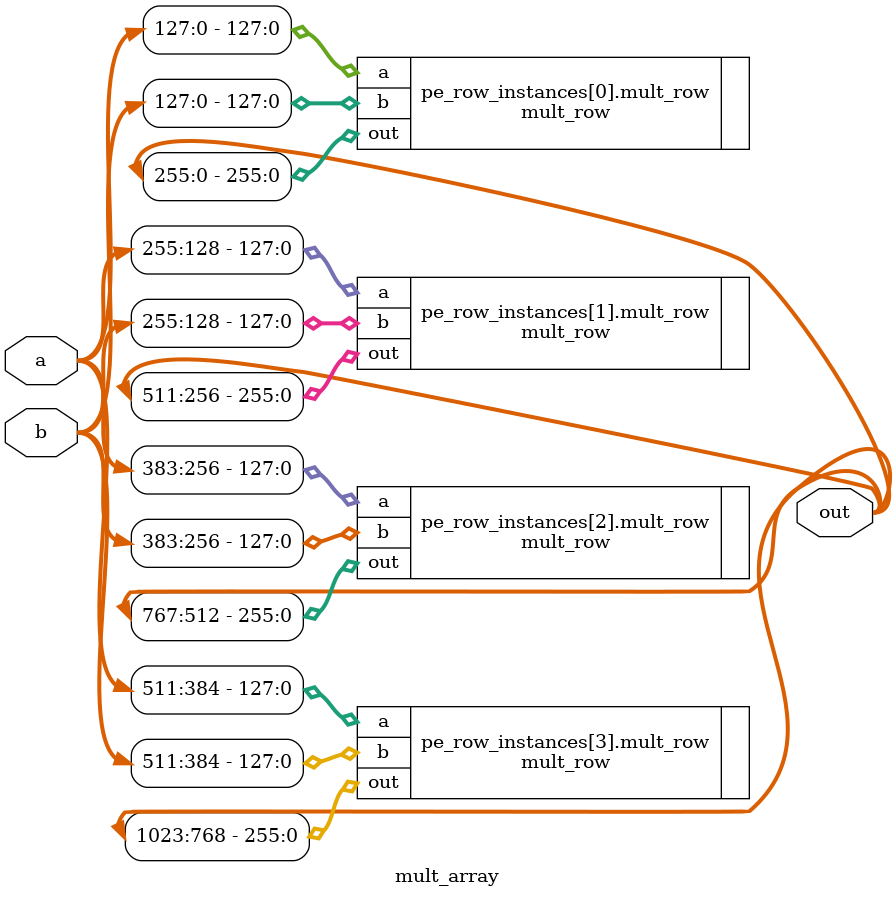
<source format=sv>
`timescale 1ns / 1ps


module mult_array #(
        parameter DATA_WIDTH = 8,
        parameter NUM_ATTN_ROWS = 4, // number of parallel compute rows
        parameter NUM_ATTN_MACS = 4, // number of macs equal to matrix vector PE grid, FUTURE IMPLEMENTATION: ENABLE RESHAPING
        parameter NUM_ATTN_PES = 4 // number of PEs for the attention block
    )      
    (   
        input [NUM_ATTN_MACS * NUM_ATTN_ROWS * NUM_ATTN_PES * DATA_WIDTH - 1:0] a,
        input [NUM_ATTN_MACS * NUM_ATTN_ROWS * NUM_ATTN_PES * DATA_WIDTH - 1:0] b,
        output [NUM_ATTN_MACS * NUM_ATTN_ROWS * NUM_ATTN_PES * DATA_WIDTH * 2 - 1:0] out        
    );       
        
    genvar i;
    generate
        for (i = 0; i < NUM_ATTN_ROWS; i = i + 1) begin : pe_row_instances
            mult_row #(
                .DATA_WIDTH(DATA_WIDTH),
                .NUM_MACS(NUM_ATTN_MACS),
                .NUM_ATTN_PES(NUM_ATTN_PES)
            ) mult_row (
                .a(a[DATA_WIDTH*NUM_ATTN_MACS*NUM_ATTN_PES*(i+1)-1:DATA_WIDTH*NUM_ATTN_MACS*NUM_ATTN_PES*i]),
                .b(b[DATA_WIDTH*NUM_ATTN_MACS*NUM_ATTN_PES*(i+1)-1:DATA_WIDTH*NUM_ATTN_MACS*NUM_ATTN_PES*i]),
                .out(out[(2*NUM_ATTN_MACS*DATA_WIDTH*NUM_ATTN_PES)*(i+1)-1:(2*NUM_ATTN_MACS*DATA_WIDTH*NUM_ATTN_PES)*i])
            );
        end
    endgenerate
          
endmodule

</source>
